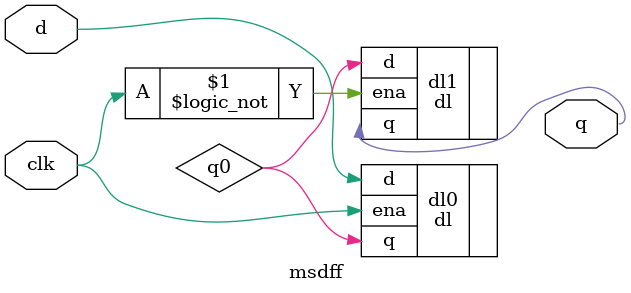
<source format=sv>
module msdff(
	input  clk,
	input  d,
	output q
);

logic q0, q1;

dl dl0 (.d(d), .ena(clk), .q(q0));
dl dl1 (.d(q0), .ena(!clk), .q(q));
	
endmodule : msdff

</source>
